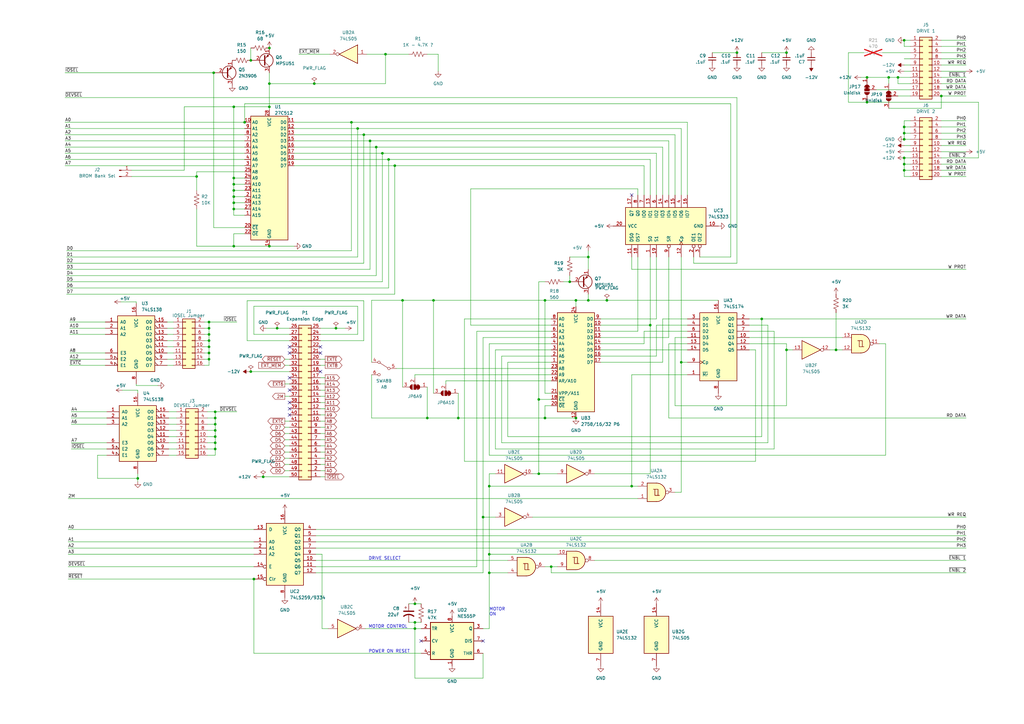
<source format=kicad_sch>
(kicad_sch
	(version 20250114)
	(generator "eeschema")
	(generator_version "9.0")
	(uuid "8d29f76a-632b-4d71-951f-82f85a7a70e9")
	(paper "A3")
	
	(text "DRIVE SELECT"
		(exclude_from_sim no)
		(at 151.13 229.87 0)
		(effects
			(font
				(size 1.27 1.27)
			)
			(justify left bottom)
		)
		(uuid "32096c80-1d98-4ed0-8b17-2c750151b76c")
	)
	(text "MOTOR CONTROL"
		(exclude_from_sim no)
		(at 151.13 257.81 0)
		(effects
			(font
				(size 1.27 1.27)
			)
			(justify left bottom)
		)
		(uuid "b6ef62f4-c465-4c3c-acae-af238f4f26b2")
	)
	(text "POWER ON RESET"
		(exclude_from_sim no)
		(at 151.13 267.97 0)
		(effects
			(font
				(size 1.27 1.27)
			)
			(justify left bottom)
		)
		(uuid "dc85ec82-107c-4516-8ee4-ef92570893f2")
	)
	(text "MOTOR\nON"
		(exclude_from_sim no)
		(at 200.66 252.73 0)
		(effects
			(font
				(size 1.27 1.27)
			)
			(justify left bottom)
		)
		(uuid "f1de4597-caac-4049-8722-f6b4249c5637")
	)
	(junction
		(at 266.7 133.35)
		(diameter 0)
		(color 0 0 0 0)
		(uuid "0a7b412f-70cb-4bdd-ac90-37c18fe81247")
	)
	(junction
		(at 113.665 134.62)
		(diameter 0)
		(color 0 0 0 0)
		(uuid "0d70563e-f092-45cc-a046-356b7b533eae")
	)
	(junction
		(at 175.26 171.45)
		(diameter 0)
		(color 0 0 0 0)
		(uuid "0fcd1b19-a0e9-41d2-b72f-544f1d650623")
	)
	(junction
		(at 128.905 34.29)
		(diameter 0)
		(color 0 0 0 0)
		(uuid "11855bad-6517-4f30-a89f-01fa51388bef")
	)
	(junction
		(at 85.725 144.78)
		(diameter 0)
		(color 0 0 0 0)
		(uuid "15605a0c-cf96-43bb-bf76-4c3d136378e6")
	)
	(junction
		(at 85.725 142.24)
		(diameter 0)
		(color 0 0 0 0)
		(uuid "1d4718a5-778a-4c3f-af8e-520b4e244b5b")
	)
	(junction
		(at 88.265 184.15)
		(diameter 0)
		(color 0 0 0 0)
		(uuid "1e542cfd-ea36-43ee-93f7-7150fc86a6b4")
	)
	(junction
		(at 368.3 31.75)
		(diameter 0)
		(color 0 0 0 0)
		(uuid "1e8fbe2b-8679-4f6a-aaab-41b5049b065b")
	)
	(junction
		(at 386.08 39.37)
		(diameter 0)
		(color 0 0 0 0)
		(uuid "1ea8a149-4aba-4853-bb4c-0394837ed622")
	)
	(junction
		(at 95.885 100.965)
		(diameter 0)
		(color 0 0 0 0)
		(uuid "213e2fcc-48bd-4204-9d48-9a943fc64cd6")
	)
	(junction
		(at 200.66 227.33)
		(diameter 0)
		(color 0 0 0 0)
		(uuid "21deab9e-fe49-40f1-b271-ad9e3c1158a7")
	)
	(junction
		(at 88.265 168.91)
		(diameter 0)
		(color 0 0 0 0)
		(uuid "24448ccd-4e6b-4297-b1cd-b6b3f34a53d5")
	)
	(junction
		(at 110.49 19.685)
		(diameter 0)
		(color 0 0 0 0)
		(uuid "24ae30da-6668-4462-9593-f855598d17c5")
	)
	(junction
		(at 95.885 78.105)
		(diameter 0)
		(color 0 0 0 0)
		(uuid "25f08a18-5173-49a1-aa77-e63c3fb09d67")
	)
	(junction
		(at 158.115 22.225)
		(diameter 0)
		(color 0 0 0 0)
		(uuid "27b08bf3-8111-4a1b-96e8-87c4fc51cf03")
	)
	(junction
		(at 100.33 50.165)
		(diameter 0)
		(color 0 0 0 0)
		(uuid "28fb8a3f-b729-4ea4-99d2-cd1ac9fbe931")
	)
	(junction
		(at 88.265 179.07)
		(diameter 0)
		(color 0 0 0 0)
		(uuid "2c34ae5a-d1be-4bcf-bebe-ffa670279c84")
	)
	(junction
		(at 241.3 105.41)
		(diameter 0)
		(color 0 0 0 0)
		(uuid "2fbcbfb6-89ff-44c4-b8ab-a14cc42ccb95")
	)
	(junction
		(at 177.8 123.19)
		(diameter 0)
		(color 0 0 0 0)
		(uuid "2fbe639f-423f-406d-b3a5-bf37d891e6a4")
	)
	(junction
		(at 146.685 52.705)
		(diameter 0)
		(color 0 0 0 0)
		(uuid "30f5f225-0a6f-48a9-bb29-175458688e88")
	)
	(junction
		(at 88.265 176.53)
		(diameter 0)
		(color 0 0 0 0)
		(uuid "3cd3a86d-dd12-4db6-88c3-bb7512f569e8")
	)
	(junction
		(at 95.885 85.725)
		(diameter 0)
		(color 0 0 0 0)
		(uuid "3d15289f-6bd0-498d-9a91-a024047ae632")
	)
	(junction
		(at 370.84 57.15)
		(diameter 0)
		(color 0 0 0 0)
		(uuid "40c57ef4-872a-4933-bfac-3fad98a7faeb")
	)
	(junction
		(at 248.92 123.19)
		(diameter 0)
		(color 0 0 0 0)
		(uuid "411117a2-cbb1-4f78-ac10-4506435da1cc")
	)
	(junction
		(at 95.885 73.025)
		(diameter 0)
		(color 0 0 0 0)
		(uuid "44338e21-f061-4f16-bddc-4b95d1200ff8")
	)
	(junction
		(at 56.515 196.215)
		(diameter 0)
		(color 0 0 0 0)
		(uuid "4474fbc5-95c0-46eb-be76-03f928b7ae21")
	)
	(junction
		(at 302.26 21.59)
		(diameter 0)
		(color 0 0 0 0)
		(uuid "463c12d8-e767-4dd8-97c0-cdb283823d10")
	)
	(junction
		(at 102.87 24.765)
		(diameter 0)
		(color 0 0 0 0)
		(uuid "4bc06c22-eb67-45fd-9da3-57a1307506be")
	)
	(junction
		(at 259.08 199.39)
		(diameter 0)
		(color 0 0 0 0)
		(uuid "4d1bf63f-0fa7-41aa-b85c-9f91e7e3a330")
	)
	(junction
		(at 322.58 21.59)
		(diameter 0)
		(color 0 0 0 0)
		(uuid "5050a3d7-cc2e-41dc-a3ff-0ef2e03614ae")
	)
	(junction
		(at 88.265 171.45)
		(diameter 0)
		(color 0 0 0 0)
		(uuid "528db227-f1ec-48a4-84f3-957e6a0e2945")
	)
	(junction
		(at 85.725 137.16)
		(diameter 0)
		(color 0 0 0 0)
		(uuid "567b4917-422e-4da3-896c-e3f1f7b69bc9")
	)
	(junction
		(at 370.84 16.51)
		(diameter 0)
		(color 0 0 0 0)
		(uuid "5d0ce87b-48fa-46aa-8a28-60ec56664695")
	)
	(junction
		(at 88.265 181.61)
		(diameter 0)
		(color 0 0 0 0)
		(uuid "5f72fc10-b556-4014-a2dc-4c1edea61bbb")
	)
	(junction
		(at 154.305 60.325)
		(diameter 0)
		(color 0 0 0 0)
		(uuid "69a5cb29-894a-4088-9123-a45b36745aad")
	)
	(junction
		(at 88.265 173.99)
		(diameter 0)
		(color 0 0 0 0)
		(uuid "6beb30db-72de-42e8-a0d7-1b562182385d")
	)
	(junction
		(at 220.98 194.31)
		(diameter 0)
		(color 0 0 0 0)
		(uuid "6c2f69b3-9b7c-434c-bb20-a6baea35c014")
	)
	(junction
		(at 102.87 152.4)
		(diameter 0)
		(color 0 0 0 0)
		(uuid "73168b4e-2496-40f1-8c4e-8403ce5a783a")
	)
	(junction
		(at 104.14 237.49)
		(diameter 0)
		(color 0 0 0 0)
		(uuid "73b75c6b-0481-4c40-949d-c5403ad081db")
	)
	(junction
		(at 223.52 171.45)
		(diameter 0)
		(color 0 0 0 0)
		(uuid "74ce27dd-9302-47bd-9530-c0089a1ffdd7")
	)
	(junction
		(at 223.52 123.19)
		(diameter 0)
		(color 0 0 0 0)
		(uuid "765d1403-fae0-4f23-849a-ea42aa11bdd6")
	)
	(junction
		(at 370.84 54.61)
		(diameter 0)
		(color 0 0 0 0)
		(uuid "786a55f6-f68a-4747-9143-eb9c21ad29f8")
	)
	(junction
		(at 161.925 67.945)
		(diameter 0)
		(color 0 0 0 0)
		(uuid "797db6ae-81a2-4e43-b4a3-1a961e3d2ce2")
	)
	(junction
		(at 151.765 57.785)
		(diameter 0)
		(color 0 0 0 0)
		(uuid "7b51218c-7899-428e-9d5a-d5cbdf48df8f")
	)
	(junction
		(at 159.385 65.405)
		(diameter 0)
		(color 0 0 0 0)
		(uuid "7fbb1f98-7376-4587-9074-f062416820d2")
	)
	(junction
		(at 241.3 123.19)
		(diameter 0)
		(color 0 0 0 0)
		(uuid "813bc9ac-6aff-4f98-8f32-f441000ea493")
	)
	(junction
		(at 95.885 83.185)
		(diameter 0)
		(color 0 0 0 0)
		(uuid "82e60a17-5192-47b0-809b-9d2b4e3e2a41")
	)
	(junction
		(at 85.725 132.08)
		(diameter 0)
		(color 0 0 0 0)
		(uuid "83915695-10b4-4375-96ca-404e57c38876")
	)
	(junction
		(at 144.145 50.165)
		(diameter 0)
		(color 0 0 0 0)
		(uuid "84cb6800-fdec-4336-9e0d-692f16a0e20e")
	)
	(junction
		(at 279.4 148.59)
		(diameter 0)
		(color 0 0 0 0)
		(uuid "87a0eb59-2dce-441c-9dd8-c0e92ab69b80")
	)
	(junction
		(at 236.22 171.45)
		(diameter 0)
		(color 0 0 0 0)
		(uuid "87ab83de-161e-4d4e-95e6-304ff7d02787")
	)
	(junction
		(at 198.12 212.09)
		(diameter 0)
		(color 0 0 0 0)
		(uuid "8e5d7652-5f57-4b05-a03e-7724a43fa613")
	)
	(junction
		(at 322.58 143.51)
		(diameter 0)
		(color 0 0 0 0)
		(uuid "9072744a-3983-4bde-8321-c7b4fbdcaee0")
	)
	(junction
		(at 170.18 257.81)
		(diameter 0)
		(color 0 0 0 0)
		(uuid "94683f4a-bad4-4ca4-aec8-1e76d7911546")
	)
	(junction
		(at 233.68 115.57)
		(diameter 0)
		(color 0 0 0 0)
		(uuid "960f177e-a94f-4186-ae24-ce84e7b90ce2")
	)
	(junction
		(at 170.18 255.27)
		(diameter 0)
		(color 0 0 0 0)
		(uuid "9689360c-62f4-4ccd-928a-0354a8b12062")
	)
	(junction
		(at 170.18 247.65)
		(diameter 0)
		(color 0 0 0 0)
		(uuid "98f039f2-3a30-409f-8e2f-7f3bd469c43e")
	)
	(junction
		(at 370.84 52.07)
		(diameter 0)
		(color 0 0 0 0)
		(uuid "9a860088-5b1b-4997-b300-ff2cfa89e410")
	)
	(junction
		(at 80.645 72.39)
		(diameter 0)
		(color 0 0 0 0)
		(uuid "9c85b338-410e-4f21-85a1-16cc577a80f6")
	)
	(junction
		(at 220.98 163.83)
		(diameter 0)
		(color 0 0 0 0)
		(uuid "a1539d1c-64c7-4e6f-8a9c-97c280e75a99")
	)
	(junction
		(at 156.845 62.865)
		(diameter 0)
		(color 0 0 0 0)
		(uuid "a40c354b-9e3f-4183-952c-982ff222b866")
	)
	(junction
		(at 85.725 134.62)
		(diameter 0)
		(color 0 0 0 0)
		(uuid "a83d4110-ac2d-4f84-be37-09b66f571eb9")
	)
	(junction
		(at 370.84 67.31)
		(diameter 0)
		(color 0 0 0 0)
		(uuid "a8b53387-bb5e-4160-878a-021b66310ef4")
	)
	(junction
		(at 95.885 80.645)
		(diameter 0)
		(color 0 0 0 0)
		(uuid "a8beffd9-87f8-453c-afce-3b5f62487bd7")
	)
	(junction
		(at 110.49 34.29)
		(diameter 0)
		(color 0 0 0 0)
		(uuid "aa1ed054-f711-417c-8905-992984459449")
	)
	(junction
		(at 87.63 29.845)
		(diameter 0)
		(color 0 0 0 0)
		(uuid "aa8fb7e6-99cf-47d0-8987-dd0143778620")
	)
	(junction
		(at 85.725 147.32)
		(diameter 0)
		(color 0 0 0 0)
		(uuid "b1fa9f39-1a4a-4822-9751-a1f130395fdb")
	)
	(junction
		(at 85.725 139.7)
		(diameter 0)
		(color 0 0 0 0)
		(uuid "b39130d2-2e46-4427-8a0f-d53c56f819d3")
	)
	(junction
		(at 200.66 199.39)
		(diameter 0)
		(color 0 0 0 0)
		(uuid "b3d6d337-68bb-4836-b7fe-89e885bcad7c")
	)
	(junction
		(at 107.95 195.58)
		(diameter 0)
		(color 0 0 0 0)
		(uuid "b43531cc-d855-47bf-9fda-9f8d05b34154")
	)
	(junction
		(at 370.84 64.77)
		(diameter 0)
		(color 0 0 0 0)
		(uuid "b6c465a5-bb87-454a-97c7-05467e0dccf6")
	)
	(junction
		(at 200.66 234.95)
		(diameter 0)
		(color 0 0 0 0)
		(uuid "bf10109e-476a-4edb-af39-68c09c46d515")
	)
	(junction
		(at 149.225 55.245)
		(diameter 0)
		(color 0 0 0 0)
		(uuid "bf139f30-b47c-44ad-b650-ef3c6c14a974")
	)
	(junction
		(at 187.96 171.45)
		(diameter 0)
		(color 0 0 0 0)
		(uuid "c08062d7-1b78-4587-b25a-178cfd6e8359")
	)
	(junction
		(at 165.1 123.19)
		(diameter 0)
		(color 0 0 0 0)
		(uuid "df6e76e0-121d-4bfb-882d-7e2eb0e220e9")
	)
	(junction
		(at 355.6 31.75)
		(diameter 0)
		(color 0 0 0 0)
		(uuid "e148e5c5-24ad-4f9f-95ae-ac7f40a64813")
	)
	(junction
		(at 342.9 143.51)
		(diameter 0)
		(color 0 0 0 0)
		(uuid "e2416487-9682-4e25-b69e-39b86bcb6212")
	)
	(junction
		(at 137.795 134.62)
		(diameter 0)
		(color 0 0 0 0)
		(uuid "e76ea7fc-527b-4625-91f4-3cce4c59b318")
	)
	(junction
		(at 110.49 100.965)
		(diameter 0)
		(color 0 0 0 0)
		(uuid "e7731c50-b6c3-43ed-a754-4cb97513f8f8")
	)
	(junction
		(at 236.22 123.19)
		(diameter 0)
		(color 0 0 0 0)
		(uuid "e7b57ddc-28e9-4fe3-beee-f7ac91049199")
	)
	(junction
		(at 370.84 69.85)
		(diameter 0)
		(color 0 0 0 0)
		(uuid "e842378a-2f4b-489f-9cb1-df531ab6638b")
	)
	(junction
		(at 312.42 130.81)
		(diameter 0)
		(color 0 0 0 0)
		(uuid "ec467555-1589-4c66-b85c-290dc8c684e7")
	)
	(junction
		(at 95.885 43.815)
		(diameter 0)
		(color 0 0 0 0)
		(uuid "ec4ee92f-b995-4c82-a511-8424fb0c79b2")
	)
	(junction
		(at 226.06 232.41)
		(diameter 0)
		(color 0 0 0 0)
		(uuid "f7d6edbc-0cf0-400c-bdd8-390463e62a6f")
	)
	(junction
		(at 364.49 31.75)
		(diameter 0)
		(color 0 0 0 0)
		(uuid "f866dbb5-de03-4d6d-a840-f4944249ed73")
	)
	(junction
		(at 95.885 75.565)
		(diameter 0)
		(color 0 0 0 0)
		(uuid "fc92d096-10d0-42f8-9ddf-df80125b38cd")
	)
	(junction
		(at 355.6 41.91)
		(diameter 0)
		(color 0 0 0 0)
		(uuid "fe2cb73c-c9d3-40ab-a3af-645fc2e660d9")
	)
	(junction
		(at 110.49 43.815)
		(diameter 0)
		(color 0 0 0 0)
		(uuid "fe4b238e-e2ac-4962-9665-41ac3473b4bd")
	)
	(no_connect
		(at 131.445 142.24)
		(uuid "09cb5ca2-f037-4767-bd4d-094c054413ca")
	)
	(no_connect
		(at 118.745 144.78)
		(uuid "0c808b20-1ba0-487f-bde6-631fcdf86992")
	)
	(no_connect
		(at 172.72 262.89)
		(uuid "24ce83df-adc7-49b1-8de5-59140a6a241c")
	)
	(no_connect
		(at 259.08 80.01)
		(uuid "3801ac87-4c62-4d90-bb89-bd02a827a7a2")
	)
	(no_connect
		(at 118.745 167.64)
		(uuid "3df9b39c-f7bd-4e28-98f6-f2a8b555dccf")
	)
	(no_connect
		(at 118.745 165.1)
		(uuid "5ea4b0f4-536a-4279-ac4c-04203f194641")
	)
	(no_connect
		(at 131.445 144.78)
		(uuid "74c89753-aa43-46ac-82d6-f1c8035f7dc9")
	)
	(no_connect
		(at 198.12 262.89)
		(uuid "76bde493-9706-455b-a7ea-a279cace855f")
	)
	(no_connect
		(at 118.745 160.02)
		(uuid "7f40a9b2-6015-430a-bf2e-e9397fb5675f")
	)
	(no_connect
		(at 118.745 142.24)
		(uuid "845f3c28-3ea3-4169-9f2b-9dd6d4e7a7f3")
	)
	(no_connect
		(at 131.445 152.4)
		(uuid "a65c5215-f32e-4281-a70d-d2e04994f325")
	)
	(no_connect
		(at 118.745 170.18)
		(uuid "cc97dbf1-a437-4548-ac8f-50dfd2b59e4a")
	)
	(no_connect
		(at 118.745 154.94)
		(uuid "dfa21c67-ce2b-471f-aa3e-6773bee1e862")
	)
	(wire
		(pts
			(xy 322.58 140.97) (xy 322.58 143.51)
		)
		(stroke
			(width 0)
			(type default)
		)
		(uuid "002fd2d7-be66-4a87-8e49-65dcdd3be486")
	)
	(wire
		(pts
			(xy 386.08 44.45) (xy 386.08 39.37)
		)
		(stroke
			(width 0)
			(type default)
		)
		(uuid "005520ab-aa54-434d-95d0-10b1cd21ee1c")
	)
	(wire
		(pts
			(xy 85.725 132.08) (xy 85.725 134.62)
		)
		(stroke
			(width 0)
			(type default)
		)
		(uuid "00a94d22-003f-40ec-845f-c4453633bc53")
	)
	(wire
		(pts
			(xy 56.515 194.31) (xy 56.515 196.215)
		)
		(stroke
			(width 0)
			(type default)
		)
		(uuid "010d2632-ed4a-42a1-88c1-728d0e602dd6")
	)
	(wire
		(pts
			(xy 193.04 77.47) (xy 193.04 133.35)
		)
		(stroke
			(width 0)
			(type default)
		)
		(uuid "01cfb3cc-45cf-4443-824a-1ca7d2dfc72d")
	)
	(wire
		(pts
			(xy 170.18 257.81) (xy 172.72 257.81)
		)
		(stroke
			(width 0)
			(type default)
		)
		(uuid "02da0d16-3d12-46a4-9bc8-dac4689f99fc")
	)
	(wire
		(pts
			(xy 28.575 134.62) (xy 43.18 134.62)
		)
		(stroke
			(width 0)
			(type default)
		)
		(uuid "0372d352-2b15-4522-a99d-9b308d4b21f3")
	)
	(wire
		(pts
			(xy 236.22 123.19) (xy 236.22 125.73)
		)
		(stroke
			(width 0)
			(type default)
		)
		(uuid "03d3d3d3-e776-4c5d-a5f8-483f41545fa0")
	)
	(wire
		(pts
			(xy 276.86 55.245) (xy 276.86 80.01)
		)
		(stroke
			(width 0)
			(type default)
		)
		(uuid "040f556c-b731-474e-ba57-fe04d7580ff1")
	)
	(wire
		(pts
			(xy 203.2 184.15) (xy 317.5 184.15)
		)
		(stroke
			(width 0)
			(type default)
		)
		(uuid "0553e7ea-1d50-48ac-ac36-3cd63cd9aeea")
	)
	(wire
		(pts
			(xy 370.84 54.61) (xy 370.84 57.15)
		)
		(stroke
			(width 0)
			(type default)
		)
		(uuid "05fc52a7-2bcc-4649-8376-4c214b84bb97")
	)
	(wire
		(pts
			(xy 205.74 146.05) (xy 226.06 146.05)
		)
		(stroke
			(width 0)
			(type default)
		)
		(uuid "066d9bf1-cbb7-4a76-8a70-c98dcfc4f1de")
	)
	(wire
		(pts
			(xy 83.82 137.16) (xy 85.725 137.16)
		)
		(stroke
			(width 0)
			(type default)
		)
		(uuid "069b6b70-2781-406e-a655-e9752625b982")
	)
	(wire
		(pts
			(xy 104.14 125.603) (xy 104.14 137.16)
		)
		(stroke
			(width 0)
			(type default)
		)
		(uuid "07f2b615-5605-464c-80d8-11014832cdd0")
	)
	(wire
		(pts
			(xy 158.115 34.29) (xy 158.115 22.225)
		)
		(stroke
			(width 0)
			(type default)
		)
		(uuid "07f86f79-4086-4875-8ceb-b9ee61abd8d7")
	)
	(wire
		(pts
			(xy 129.54 229.87) (xy 208.28 229.87)
		)
		(stroke
			(width 0)
			(type default)
		)
		(uuid "07f89384-a348-4bbf-a28a-b33c80b0b3ed")
	)
	(wire
		(pts
			(xy 386.08 69.85) (xy 396.24 69.85)
		)
		(stroke
			(width 0)
			(type default)
		)
		(uuid "08362519-b1e4-4590-b4b6-c24b3a2cf7bb")
	)
	(wire
		(pts
			(xy 110.49 100.965) (xy 95.885 100.965)
		)
		(stroke
			(width 0)
			(type default)
		)
		(uuid "08b944f9-7dea-4203-be7a-53c1dd3bf68f")
	)
	(wire
		(pts
			(xy 190.5 189.23) (xy 309.88 189.23)
		)
		(stroke
			(width 0)
			(type default)
		)
		(uuid "0a546a50-d10e-4e34-9f3b-20da1ac81caa")
	)
	(wire
		(pts
			(xy 226.06 234.95) (xy 396.24 234.95)
		)
		(stroke
			(width 0)
			(type default)
		)
		(uuid "0ae6ec9f-c2d0-41a1-90f4-0b58ed9f7c02")
	)
	(wire
		(pts
			(xy 120.65 60.325) (xy 154.305 60.325)
		)
		(stroke
			(width 0)
			(type default)
		)
		(uuid "0b9926af-65cd-4ea2-9312-fe7c9913ce8e")
	)
	(wire
		(pts
			(xy 83.82 139.7) (xy 85.725 139.7)
		)
		(stroke
			(width 0)
			(type default)
		)
		(uuid "0be18984-773f-49ef-a1ef-0ae3e40ae114")
	)
	(wire
		(pts
			(xy 246.38 133.35) (xy 266.7 133.35)
		)
		(stroke
			(width 0)
			(type default)
		)
		(uuid "0c7cadb5-6da1-4221-83d0-f0170aff118f")
	)
	(wire
		(pts
			(xy 131.445 185.42) (xy 133.35 185.42)
		)
		(stroke
			(width 0)
			(type default)
		)
		(uuid "0cd9d382-dd16-4687-ae20-27db55c4969f")
	)
	(wire
		(pts
			(xy 322.58 21.59) (xy 312.42 21.59)
		)
		(stroke
			(width 0)
			(type default)
		)
		(uuid "0eb99482-694f-4ff1-89fa-58ae1322d661")
	)
	(wire
		(pts
			(xy 95.885 83.185) (xy 95.885 85.725)
		)
		(stroke
			(width 0)
			(type default)
		)
		(uuid "0ee42175-0922-4fb8-8624-c0ef2f28e750")
	)
	(wire
		(pts
			(xy 29.21 173.99) (xy 43.815 173.99)
		)
		(stroke
			(width 0)
			(type default)
		)
		(uuid "0eeabcd7-348c-496c-bf89-9efee8011e76")
	)
	(wire
		(pts
			(xy 75.565 43.815) (xy 75.565 69.85)
		)
		(stroke
			(width 0)
			(type default)
		)
		(uuid "0f6a6bb9-658a-4cc8-aaab-2f8456bff783")
	)
	(wire
		(pts
			(xy 220.98 115.57) (xy 220.98 163.83)
		)
		(stroke
			(width 0)
			(type default)
		)
		(uuid "0fe8bb65-946b-4e9d-a4b7-45277f4d9e4f")
	)
	(wire
		(pts
			(xy 131.445 157.48) (xy 133.35 157.48)
		)
		(stroke
			(width 0)
			(type default)
		)
		(uuid "11530c3b-e92a-4222-8587-26beff227523")
	)
	(wire
		(pts
			(xy 85.725 144.78) (xy 85.725 147.32)
		)
		(stroke
			(width 0)
			(type default)
		)
		(uuid "11dd4137-c665-4866-85ed-f9fe8e15cd9c")
	)
	(wire
		(pts
			(xy 146.685 125.603) (xy 104.14 125.603)
		)
		(stroke
			(width 0)
			(type default)
		)
		(uuid "12ae0546-56ce-4946-ae78-a3f728f0fec8")
	)
	(wire
		(pts
			(xy 80.645 78.105) (xy 80.645 72.39)
		)
		(stroke
			(width 0)
			(type default)
		)
		(uuid "1494a00a-d5e6-40d3-8a0d-634b4142dc48")
	)
	(wire
		(pts
			(xy 226.06 161.29) (xy 223.52 161.29)
		)
		(stroke
			(width 0)
			(type default)
		)
		(uuid "149baa04-afbc-442d-a24d-04fa0302b60f")
	)
	(wire
		(pts
			(xy 129.54 219.71) (xy 396.24 219.71)
		)
		(stroke
			(width 0)
			(type default)
		)
		(uuid "1509c567-c73b-47f2-8d0f-5f03d2c921cd")
	)
	(wire
		(pts
			(xy 101.346 139.7) (xy 118.745 139.7)
		)
		(stroke
			(width 0)
			(type default)
		)
		(uuid "151c7a5c-1632-4466-9a42-660310eb7d64")
	)
	(wire
		(pts
			(xy 116.84 162.56) (xy 118.745 162.56)
		)
		(stroke
			(width 0)
			(type default)
		)
		(uuid "15b9b2c6-c334-4e36-8e4f-94f73fcd7630")
	)
	(wire
		(pts
			(xy 131.445 149.86) (xy 133.35 149.86)
		)
		(stroke
			(width 0)
			(type default)
		)
		(uuid "16401bde-830b-4199-83e6-9779a594a4d2")
	)
	(wire
		(pts
			(xy 116.84 187.96) (xy 118.745 187.96)
		)
		(stroke
			(width 0)
			(type default)
		)
		(uuid "17982d4b-6e11-43bc-b285-ce88a4c766c4")
	)
	(wire
		(pts
			(xy 223.52 171.45) (xy 223.52 166.37)
		)
		(stroke
			(width 0)
			(type default)
		)
		(uuid "17a59436-bf7f-49eb-83e7-c1eeb88a8e1e")
	)
	(wire
		(pts
			(xy 95.885 100.965) (xy 95.885 95.885)
		)
		(stroke
			(width 0)
			(type default)
		)
		(uuid "17b486da-f482-4b8d-b0cc-0d229a8453ed")
	)
	(wire
		(pts
			(xy 149.225 55.245) (xy 149.225 107.95)
		)
		(stroke
			(width 0)
			(type default)
		)
		(uuid "188d085c-7dae-4530-bce0-1bd1ae787617")
	)
	(wire
		(pts
			(xy 27.305 105.41) (xy 146.685 105.41)
		)
		(stroke
			(width 0)
			(type default)
		)
		(uuid "18bb29e6-bd56-4695-9c90-9d4b55326793")
	)
	(wire
		(pts
			(xy 95.885 80.645) (xy 100.33 80.645)
		)
		(stroke
			(width 0)
			(type default)
		)
		(uuid "18cd97b8-567e-461a-a569-6d9b12001701")
	)
	(wire
		(pts
			(xy 161.925 67.945) (xy 161.925 120.65)
		)
		(stroke
			(width 0)
			(type default)
		)
		(uuid "19500551-9ab5-4760-9805-a118fda9c985")
	)
	(wire
		(pts
			(xy 137.795 134.62) (xy 141.605 134.62)
		)
		(stroke
			(width 0)
			(type default)
		)
		(uuid "1aba3dc2-049b-4e21-8ae3-c106f809e894")
	)
	(wire
		(pts
			(xy 299.72 105.41) (xy 287.02 105.41)
		)
		(stroke
			(width 0)
			(type default)
		)
		(uuid "1b90a748-4469-4403-b368-76126115304b")
	)
	(wire
		(pts
			(xy 131.445 182.88) (xy 133.35 182.88)
		)
		(stroke
			(width 0)
			(type default)
		)
		(uuid "1bdb2ec4-0b54-486d-ab8a-3a3cf73fc46f")
	)
	(wire
		(pts
			(xy 386.08 67.31) (xy 396.24 67.31)
		)
		(stroke
			(width 0)
			(type default)
		)
		(uuid "1be80b5c-5e71-4a4a-961c-b34579570a79")
	)
	(wire
		(pts
			(xy 80.645 100.965) (xy 95.885 100.965)
		)
		(stroke
			(width 0)
			(type default)
		)
		(uuid "1c2e235a-339a-47a3-aba3-d1a6fd75e080")
	)
	(wire
		(pts
			(xy 144.145 50.165) (xy 281.94 50.165)
		)
		(stroke
			(width 0)
			(type default)
		)
		(uuid "1c9db634-753f-4221-a5bc-7ad4208eb554")
	)
	(wire
		(pts
			(xy 129.54 224.79) (xy 396.24 224.79)
		)
		(stroke
			(width 0)
			(type default)
		)
		(uuid "1cab1c13-e5e2-44d6-8611-199df41cc51a")
	)
	(wire
		(pts
			(xy 386.08 57.15) (xy 396.24 57.15)
		)
		(stroke
			(width 0)
			(type default)
		)
		(uuid "1d496e3c-d9a8-486f-a410-c99bf08bd807")
	)
	(wire
		(pts
			(xy 182.88 156.21) (xy 226.06 156.21)
		)
		(stroke
			(width 0)
			(type default)
		)
		(uuid "1d645bd8-e4d0-4196-b656-0a2f2aeb2164")
	)
	(wire
		(pts
			(xy 364.49 31.75) (xy 368.3 31.75)
		)
		(stroke
			(width 0)
			(type default)
		)
		(uuid "1dda161e-260d-4726-85f3-e91e571d654a")
	)
	(wire
		(pts
			(xy 198.12 138.43) (xy 198.12 212.09)
		)
		(stroke
			(width 0)
			(type default)
		)
		(uuid "1e9b3331-6e4c-425f-bd5b-40abfe37006d")
	)
	(wire
		(pts
			(xy 159.385 65.405) (xy 159.385 118.11)
		)
		(stroke
			(width 0)
			(type default)
		)
		(uuid "1eb92119-727b-45ae-afe1-c32360d66c60")
	)
	(wire
		(pts
			(xy 236.22 123.19) (xy 241.3 123.19)
		)
		(stroke
			(width 0)
			(type default)
		)
		(uuid "1f822886-b150-4786-b463-4be39e03903a")
	)
	(wire
		(pts
			(xy 386.08 64.77) (xy 401.32 64.77)
		)
		(stroke
			(width 0)
			(type default)
		)
		(uuid "1fe2f8af-ca13-49d2-b540-1d676020e7bd")
	)
	(wire
		(pts
			(xy 149.225 139.7) (xy 149.225 123.317)
		)
		(stroke
			(width 0)
			(type default)
		)
		(uuid "203d27a7-ebba-4d12-badd-bc5fc73a868a")
	)
	(wire
		(pts
			(xy 146.685 52.705) (xy 279.4 52.705)
		)
		(stroke
			(width 0)
			(type default)
		)
		(uuid "206dcf71-bf16-4891-9f5e-88ec4e245610")
	)
	(wire
		(pts
			(xy 302.26 21.59) (xy 292.1 21.59)
		)
		(stroke
			(width 0)
			(type default)
		)
		(uuid "20b6a1e8-b9fb-42eb-aebb-c1936f2291ce")
	)
	(wire
		(pts
			(xy 68.58 142.24) (xy 71.12 142.24)
		)
		(stroke
			(width 0)
			(type default)
		)
		(uuid "226991fb-ca2b-48ff-8520-0a29fe7d9306")
	)
	(wire
		(pts
			(xy 353.06 31.75) (xy 355.6 31.75)
		)
		(stroke
			(width 0)
			(type default)
		)
		(uuid "22875feb-91b0-472b-8b00-e74ac9893d1e")
	)
	(wire
		(pts
			(xy 269.24 62.865) (xy 269.24 80.01)
		)
		(stroke
			(width 0)
			(type default)
		)
		(uuid "2375a23b-508c-4bd3-8e4f-5aebe6b07800")
	)
	(wire
		(pts
			(xy 80.645 72.39) (xy 80.645 70.485)
		)
		(stroke
			(width 0)
			(type default)
		)
		(uuid "23955a25-f4da-497a-b473-c0e5f5f270aa")
	)
	(wire
		(pts
			(xy 274.32 105.41) (xy 274.32 138.43)
		)
		(stroke
			(width 0)
			(type default)
		)
		(uuid "23cc4ae3-9b03-40bb-82e0-23fc4d40ea5f")
	)
	(wire
		(pts
			(xy 29.21 168.91) (xy 43.815 168.91)
		)
		(stroke
			(width 0)
			(type default)
		)
		(uuid "23d03d7f-3fa3-4262-94ef-c7d67723f473")
	)
	(wire
		(pts
			(xy 363.22 186.69) (xy 363.22 140.97)
		)
		(stroke
			(width 0)
			(type default)
		)
		(uuid "24bfe3c6-60e2-4a78-bb62-924392218143")
	)
	(wire
		(pts
			(xy 131.445 175.26) (xy 133.35 175.26)
		)
		(stroke
			(width 0)
			(type default)
		)
		(uuid "25d35aca-2b44-482d-a9c6-cd18913cbaf2")
	)
	(wire
		(pts
			(xy 317.5 184.15) (xy 317.5 135.89)
		)
		(stroke
			(width 0)
			(type default)
		)
		(uuid "26bfe3d7-2568-4e2f-8999-9e95f79e347d")
	)
	(wire
		(pts
			(xy 85.09 168.91) (xy 88.265 168.91)
		)
		(stroke
			(width 0)
			(type default)
		)
		(uuid "27b53377-6b90-493b-b895-b0fcefdc409c")
	)
	(wire
		(pts
			(xy 55.88 158.115) (xy 55.88 157.48)
		)
		(stroke
			(width 0)
			(type default)
		)
		(uuid "285627d0-acc1-4cd2-89a3-1af34c724ae4")
	)
	(wire
		(pts
			(xy 226.06 140.97) (xy 200.66 140.97)
		)
		(stroke
			(width 0)
			(type default)
		)
		(uuid "2955a851-e884-4a7a-9a3c-fd1a5dc84502")
	)
	(wire
		(pts
			(xy 27.94 204.47) (xy 261.62 204.47)
		)
		(stroke
			(width 0)
			(type default)
		)
		(uuid "29c06ac6-9c42-4ff5-bb25-48d0c8388580")
	)
	(wire
		(pts
			(xy 170.18 278.13) (xy 170.18 257.81)
		)
		(stroke
			(width 0)
			(type default)
		)
		(uuid "2a298268-8c25-4a45-ac9c-e4dea7c4f57f")
	)
	(wire
		(pts
			(xy 100.33 42.545) (xy 100.33 50.165)
		)
		(stroke
			(width 0)
			(type default)
		)
		(uuid "2a2a7cf9-e7e9-47ed-92d0-ed0421f9cb4d")
	)
	(wire
		(pts
			(xy 131.445 170.18) (xy 133.35 170.18)
		)
		(stroke
			(width 0)
			(type default)
		)
		(uuid "2ab04268-d2c1-443d-9da8-f95d2b922db2")
	)
	(wire
		(pts
			(xy 53.975 72.39) (xy 80.645 72.39)
		)
		(stroke
			(width 0)
			(type default)
		)
		(uuid "2b5a2f12-d2ee-4114-84b5-06e37c3a525f")
	)
	(wire
		(pts
			(xy 342.9 143.51) (xy 342.9 128.27)
		)
		(stroke
			(width 0)
			(type default)
		)
		(uuid "2ba5ec4f-a8db-4682-b3f7-54096fceba9a")
	)
	(wire
		(pts
			(xy 243.84 194.31) (xy 266.7 194.31)
		)
		(stroke
			(width 0)
			(type default)
		)
		(uuid "2c16da2e-69d4-4190-802f-fbd3cd59c96a")
	)
	(wire
		(pts
			(xy 129.54 234.95) (xy 198.12 234.95)
		)
		(stroke
			(width 0)
			(type default)
		)
		(uuid "2c8f55da-067b-4d3b-820e-5c0a11e5c7ab")
	)
	(wire
		(pts
			(xy 266.7 65.405) (xy 266.7 80.01)
		)
		(stroke
			(width 0)
			(type default)
		)
		(uuid "2c9b0c63-46b3-42f9-8c9e-6a34c099e00c")
	)
	(wire
		(pts
			(xy 27.305 102.87) (xy 144.145 102.87)
		)
		(stroke
			(width 0)
			(type default)
		)
		(uuid "2cbe804e-fa9f-40b7-8273-4e50a6d4c6f4")
	)
	(wire
		(pts
			(xy 27.305 107.95) (xy 149.225 107.95)
		)
		(stroke
			(width 0)
			(type default)
		)
		(uuid "2cc0634a-2688-4834-ae28-e2595dafd825")
	)
	(wire
		(pts
			(xy 200.66 227.33) (xy 200.66 234.95)
		)
		(stroke
			(width 0)
			(type default)
		)
		(uuid "2cc630b5-2500-4fa2-886f-ccf6a7ba2fa0")
	)
	(wire
		(pts
			(xy 95.885 83.185) (xy 100.33 83.185)
		)
		(stroke
			(width 0)
			(type default)
		)
		(uuid "2d35af53-f4dc-4d5f-894d-cb4d07b6d7c6")
	)
	(wire
		(pts
			(xy 259.08 153.67) (xy 281.94 153.67)
		)
		(stroke
			(width 0)
			(type default)
		)
		(uuid "2d486cf5-9a66-448a-ba10-6b0c54ed43a4")
	)
	(wire
		(pts
			(xy 83.82 149.86) (xy 85.725 149.86)
		)
		(stroke
			(width 0)
			(type default)
		)
		(uuid "2e1afdfd-04a4-4a81-86fa-5d91ad3a5d78")
	)
	(wire
		(pts
			(xy 116.84 177.8) (xy 118.745 177.8)
		)
		(stroke
			(width 0)
			(type default)
		)
		(uuid "2f250031-cd09-4dcd-a85f-5ef9ad5a6c05")
	)
	(wire
		(pts
			(xy 386.08 21.59) (xy 396.24 21.59)
		)
		(stroke
			(width 0)
			(type default)
		)
		(uuid "2f6019e0-a517-4718-a181-073367eb84ab")
	)
	(wire
		(pts
			(xy 175.26 158.75) (xy 175.26 171.45)
		)
		(stroke
			(width 0)
			(type default)
		)
		(uuid "2f955026-dcda-40cb-b6e8-e3ef917240f7")
	)
	(wire
		(pts
			(xy 95.885 75.565) (xy 95.885 78.105)
		)
		(stroke
			(width 0)
			(type default)
		)
		(uuid "30403b14-9def-435c-bd6f-a85844ce71df")
	)
	(wire
		(pts
			(xy 27.305 120.65) (xy 161.925 120.65)
		)
		(stroke
			(width 0)
			(type default)
		)
		(uuid "30d6aadb-d508-4cae-a200-774e606bbfa1")
	)
	(wire
		(pts
			(xy 233.68 115.57) (xy 231.14 115.57)
		)
		(stroke
			(width 0)
			(type default)
		)
		(uuid "31b5ebc2-359a-436c-b28f-d05f12289e57")
	)
	(wire
		(pts
			(xy 261.62 105.41) (xy 261.62 135.89)
		)
		(stroke
			(width 0)
			(type default)
		)
		(uuid "31d27f1b-b8bd-4e3f-b671-71b0b22ff6ff")
	)
	(wire
		(pts
			(xy 28.575 132.08) (xy 43.18 132.08)
		)
		(stroke
			(width 0)
			(type default)
		)
		(uuid "32ebe881-783b-4267-a979-85a0df767077")
	)
	(wire
		(pts
			(xy 220.98 163.83) (xy 220.98 194.31)
		)
		(stroke
			(width 0)
			(type default)
		)
		(uuid "340ec47e-6529-496d-b02b-6dc65aedf448")
	)
	(wire
		(pts
			(xy 200.66 186.69) (xy 363.22 186.69)
		)
		(stroke
			(width 0)
			(type default)
		)
		(uuid "34df1aa3-641f-4d1c-aae0-195b7c53ff43")
	)
	(wire
		(pts
			(xy 307.34 135.89) (xy 317.5 135.89)
		)
		(stroke
			(width 0)
			(type default)
		)
		(uuid "353ea4d8-3abc-48c0-990c-e9d2b9121467")
	)
	(wire
		(pts
			(xy 281.94 50.165) (xy 281.94 80.01)
		)
		(stroke
			(width 0)
			(type default)
		)
		(uuid "355d96a7-b863-431a-a668-481b97175e85")
	)
	(wire
		(pts
			(xy 131.445 187.96) (xy 133.35 187.96)
		)
		(stroke
			(width 0)
			(type default)
		)
		(uuid "35ee101e-87d7-4b57-ab93-1eb6551f657b")
	)
	(wire
		(pts
			(xy 80.645 85.725) (xy 80.645 100.965)
		)
		(stroke
			(width 0)
			(type default)
		)
		(uuid "3602f1c3-a297-477e-8d41-723debe510c7")
	)
	(wire
		(pts
			(xy 131.445 195.58) (xy 133.35 195.58)
		)
		(stroke
			(width 0)
			(type default)
		)
		(uuid "36320a72-48da-4e36-8f3e-297e7299917f")
	)
	(wire
		(pts
			(xy 27.94 217.17) (xy 104.14 217.17)
		)
		(stroke
			(width 0)
			(type default)
		)
		(uuid "369901b2-1923-434e-a616-68211a0c0ce3")
	)
	(wire
		(pts
			(xy 49.53 123.825) (xy 55.88 123.825)
		)
		(stroke
			(width 0)
			(type default)
		)
		(uuid "3ab9f7fa-bb85-4bd9-a0b9-1a628caa4860")
	)
	(wire
		(pts
			(xy 167.64 247.65) (xy 170.18 247.65)
		)
		(stroke
			(width 0)
			(type default)
		)
		(uuid "3d57f0a0-b1c2-4787-ae65-480f4bd3f77f")
	)
	(wire
		(pts
			(xy 370.84 49.53) (xy 370.84 52.07)
		)
		(stroke
			(width 0)
			(type default)
		)
		(uuid "3d95c92d-78c7-41b6-8e43-8b3d8ab38152")
	)
	(wire
		(pts
			(xy 386.08 31.75) (xy 396.24 31.75)
		)
		(stroke
			(width 0)
			(type default)
		)
		(uuid "3ec79136-0629-45f8-b356-c72f40a2e69d")
	)
	(wire
		(pts
			(xy 218.44 194.31) (xy 220.98 194.31)
		)
		(stroke
			(width 0)
			(type default)
		)
		(uuid "3ef97970-f9aa-4dc6-890a-33e0c998d573")
	)
	(wire
		(pts
			(xy 243.84 229.87) (xy 396.24 229.87)
		)
		(stroke
			(width 0)
			(type default)
		)
		(uuid "3f141edf-b1b7-4c25-823b-bfa03f422569")
	)
	(wire
		(pts
			(xy 259.08 199.39) (xy 261.62 199.39)
		)
		(stroke
			(width 0)
			(type default)
		)
		(uuid "3fa16c28-6be2-4e36-9bc7-2cd17d08b4ad")
	)
	(wire
		(pts
			(xy 95.885 85.725) (xy 95.885 88.265)
		)
		(stroke
			(width 0)
			(type default)
		)
		(uuid "3facc87a-ce1e-47ac-b4be-1cdec47aa07f")
	)
	(wire
		(pts
			(xy 386.08 24.13) (xy 396.24 24.13)
		)
		(stroke
			(width 0)
			(type default)
		)
		(uuid "3feed079-8bc6-4d67-ab7d-8e4a65739e53")
	)
	(wire
		(pts
			(xy 43.815 186.69) (xy 40.005 186.69)
		)
		(stroke
			(width 0)
			(type default)
		)
		(uuid "3fff86d1-0215-40f2-b4f5-1d9d13e46f2d")
	)
	(wire
		(pts
			(xy 26.67 62.865) (xy 100.33 62.865)
		)
		(stroke
			(width 0)
			(type default)
		)
		(uuid "4019359a-3bb6-4c73-be9d-69368d44296d")
	)
	(wire
		(pts
			(xy 363.22 140.97) (xy 360.68 140.97)
		)
		(stroke
			(width 0)
			(type default)
		)
		(uuid "4073090a-4063-48ca-bfd0-7b0959a55051")
	)
	(wire
		(pts
			(xy 261.62 77.47) (xy 261.62 80.01)
		)
		(stroke
			(width 0)
			(type default)
		)
		(uuid "40a91ace-baf0-4028-b422-59ec3ca66b70")
	)
	(wire
		(pts
			(xy 223.52 123.19) (xy 236.22 123.19)
		)
		(stroke
			(width 0)
			(type default)
		)
		(uuid "40b37fdc-49cf-470d-801c-1a777e9b0e0e")
	)
	(wire
		(pts
			(xy 370.84 29.21) (xy 373.38 29.21)
		)
		(stroke
			(width 0)
			(type default)
		)
		(uuid "41060587-c2d8-4e8f-a01c-928ff4b0ca66")
	)
	(wire
		(pts
			(xy 156.845 62.865) (xy 156.845 115.57)
		)
		(stroke
			(width 0)
			(type default)
		)
		(uuid "42282eba-76d3-4680-9acd-29a7910d6f92")
	)
	(wire
		(pts
			(xy 85.09 184.15) (xy 88.265 184.15)
		)
		(stroke
			(width 0)
			(type default)
		)
		(uuid "43c33852-1f67-4bb5-9440-75bf4abec522")
	)
	(wire
		(pts
			(xy 226.06 135.89) (xy 195.58 135.89)
		)
		(stroke
			(width 0)
			(type default)
		)
		(uuid "465934ab-66ff-47fc-819e-58114d99ea9d")
	)
	(wire
		(pts
			(xy 28.575 137.16) (xy 43.18 137.16)
		)
		(stroke
			(width 0)
			(type default)
		)
		(uuid "490d48b1-f053-4697-8c4f-7354f1c4942b")
	)
	(wire
		(pts
			(xy 200.66 227.33) (xy 228.6 227.33)
		)
		(stroke
			(width 0)
			(type default)
		)
		(uuid "49bb305e-3022-453e-9d2d-8ba74eb866d4")
	)
	(wire
		(pts
			(xy 120.65 65.405) (xy 159.385 65.405)
		)
		(stroke
			(width 0)
			(type default)
		)
		(uuid "4a7a3df5-faa0-4584-a24d-1e962d801590")
	)
	(wire
		(pts
			(xy 246.38 138.43) (xy 274.32 138.43)
		)
		(stroke
			(width 0)
			(type default)
		)
		(uuid "4b585418-42cb-4130-9dc1-e19780fdbeff")
	)
	(wire
		(pts
			(xy 40.005 196.215) (xy 56.515 196.215)
		)
		(stroke
			(width 0)
			(type default)
		)
		(uuid "4b72144a-2762-4bc0-934e-9ff21d760d4b")
	)
	(wire
		(pts
			(xy 95.885 80.645) (xy 95.885 83.185)
		)
		(stroke
			(width 0)
			(type default)
		)
		(uuid "4c009b05-d5d4-4d36-a889-932f5925874e")
	)
	(wire
		(pts
			(xy 88.265 168.91) (xy 97.155 168.91)
		)
		(stroke
			(width 0)
			(type default)
		)
		(uuid "4c01b922-5572-40b4-9187-797f37f98304")
	)
	(wire
		(pts
			(xy 95.885 73.025) (xy 95.885 75.565)
		)
		(stroke
			(width 0)
			(type default)
		)
		(uuid "4c132c6d-df46-42cf-b45e-6aa46e7d1930")
	)
	(wire
		(pts
			(xy 27.305 110.49) (xy 151.765 110.49)
		)
		(stroke
			(width 0)
			(type default)
		)
		(uuid "4c9736e0-4d2a-48e6-a968-290a0d85c195")
	)
	(wire
		(pts
			(xy 69.215 181.61) (xy 72.39 181.61)
		)
		(stroke
			(width 0)
			(type default)
		)
		(uuid "4d65ab1b-aa46-4fa7-8dbc-568fab631322")
	)
	(wire
		(pts
			(xy 50.165 160.02) (xy 56.515 160.02)
		)
		(stroke
			(width 0)
			(type default)
		)
		(uuid "4df0addc-455f-4f25-a987-a8f3268a0193")
	)
	(wire
		(pts
			(xy 361.95 21.59) (xy 373.38 21.59)
		)
		(stroke
			(width 0)
			(type default)
		)
		(uuid "4e3aa3e8-0244-470c-bc9b-3303860903a9")
	)
	(wire
		(pts
			(xy 370.84 57.15) (xy 373.38 57.15)
		)
		(stroke
			(width 0)
			(type default)
		)
		(uuid "4e3b2be0-5f48-44a9-8d85-58e214a78b0e")
	)
	(wire
		(pts
			(xy 144.145 50.165) (xy 144.145 102.87)
		)
		(stroke
			(width 0)
			(type default)
		)
		(uuid "4ebd9146-8c37-4161-8f9d-34a263571f42")
	)
	(wire
		(pts
			(xy 226.06 130.81) (xy 190.5 130.81)
		)
		(stroke
			(width 0)
			(type default)
		)
		(uuid "4f138318-f58a-4cde-9948-128e8dd4b666")
	)
	(wire
		(pts
			(xy 274.32 140.97) (xy 281.94 140.97)
		)
		(stroke
			(width 0)
			(type default)
		)
		(uuid "4f19f767-46f5-4d76-b736-68466d9c93a0")
	)
	(wire
		(pts
			(xy 116.84 172.72) (xy 118.745 172.72)
		)
		(stroke
			(width 0)
			(type default)
		)
		(uuid "4faa7985-0186-4e99-b44b-c38c9bbb3ee9")
	)
	(wire
		(pts
			(xy 110.49 34.29) (xy 110.49 43.815)
		)
		(stroke
			(width 0)
			(type default)
		)
		(uuid "5002dc41-5ba7-4a17-8ea3-dc67333ed9cb")
	)
	(wire
		(pts
			(xy 85.09 173.99) (xy 88.265 173.99)
		)
		(stroke
			(width 0)
			(type default)
		)
		(uuid "503ed22f-e666-4adf-a7f5-9aec028d4ff9")
	)
	(wire
		(pts
			(xy 116.84 180.34) (xy 118.745 180.34)
		)
		(stroke
			(width 0)
			(type default)
		)
		(uuid "50614a38-6480-4f87-98cc-9f11de71a2bd")
	)
	(wire
		(pts
			(xy 340.36 143.51) (xy 342.9 143.51)
		)
		(stroke
			(width 0)
			(type default)
		)
		(uuid "50e1d9c1-0b2c-43f6-be44-fc8565473599")
	)
	(wire
		(pts
			(xy 198.12 212.09) (xy 198.12 234.95)
		)
		(stroke
			(width 0)
			(type default)
		)
		(uuid "50e1f7d1-0fd4-4c45-b068-56d850b41a9e")
	)
	(wire
		(pts
			(xy 200.66 199.39) (xy 200.66 194.31)
		)
		(stroke
			(width 0)
			(type default)
		)
		(uuid "512e8485-4cef-4269-bb7d-4a192cf0d938")
	)
	(wire
		(pts
			(xy 170.18 153.67) (xy 170.18 154.94)
		)
		(stroke
			(width 0)
			(type default)
		)
		(uuid "51410709-1c46-49d8-8e45-57989ad2f644")
	)
	(wire
		(pts
			(xy 56.515 160.02) (xy 56.515 161.29)
		)
		(stroke
			(width 0)
			(type default)
		)
		(uuid "52a80e8c-362d-4971-8190-c9279682555a")
	)
	(wire
		(pts
			(xy 309.88 189.23) (xy 309.88 143.51)
		)
		(stroke
			(width 0)
			(type default)
		)
		(uuid "52c4c782-599c-47c8-8692-355a1340da56")
	)
	(wire
		(pts
			(xy 122.555 22.225) (xy 135.255 22.225)
		)
		(stroke
			(width 0)
			(type default)
		)
		(uuid "531236f9-7668-4b77-9f03-d5c4d0bfea5c")
	)
	(wire
		(pts
			(xy 27.94 227.33) (xy 104.14 227.33)
		)
		(stroke
			(width 0)
			(type default)
		)
		(uuid "53d1f588-c076-4cf6-a0aa-99ccd45081d7")
	)
	(wire
		(pts
			(xy 246.38 146.05) (xy 269.24 146.05)
		)
		(stroke
			(width 0)
			(type default)
		)
		(uuid "5444680e-3db0-4d28-9e9e-ddc4f2e05e4b")
	)
	(wire
		(pts
			(xy 88.265 173.99) (xy 88.265 176.53)
		)
		(stroke
			(width 0)
			(type default)
		)
		(uuid "54cfca36-43de-4be1-9110-5a609a5e4daf")
	)
	(wire
		(pts
			(xy 85.725 147.32) (xy 85.725 149.86)
		)
		(stroke
			(width 0)
			(type default)
		)
		(uuid "5521a20e-1acd-4a1a-8221-1795308ad995")
	)
	(wire
		(pts
			(xy 368.3 31.75) (xy 368.3 34.29)
		)
		(stroke
			(width 0)
			(type default)
		)
		(uuid "5563d8bf-1470-4b92-a420-4249dcae6f17")
	)
	(wire
		(pts
			(xy 131.445 193.04) (xy 133.35 193.04)
		)
		(stroke
			(width 0)
			(type default)
		)
		(uuid "568e7785-c5b9-4059-9643-5fbc6eaade3b")
	)
	(wire
		(pts
			(xy 370.84 24.13) (xy 373.38 24.13)
		)
		(stroke
			(width 0)
			(type default)
		)
		(uuid "56c51746-5d0b-43ff-824b-4c02fc625d1c")
	)
	(wire
		(pts
			(xy 152.4 153.67) (xy 152.4 171.45)
		)
		(stroke
			(width 0)
			(type default)
		)
		(uuid "56d2c508-bf74-4585-bd61-8954d4843990")
	)
	(wire
		(pts
			(xy 170.18 255.27) (xy 172.72 255.27)
		)
		(stroke
			(width 0)
			(type default)
		)
		(uuid "57550ad2-7b70-4e60-9988-53f3dbe919d7")
	)
	(wire
		(pts
			(xy 28.575 147.32) (xy 43.18 147.32)
		)
		(stroke
			(width 0)
			(type default)
		)
		(uuid "592a6608-e914-455a-a672-a13f5e90cb0d")
	)
	(wire
		(pts
			(xy 200.66 140.97) (xy 200.66 186.69)
		)
		(stroke
			(width 0)
			(type default)
		)
		(uuid "59897a84-9c7f-4aa6-a0ed-c47fa4212e1f")
	)
	(wire
		(pts
			(xy 68.58 147.32) (xy 71.12 147.32)
		)
		(stroke
			(width 0)
			(type default)
		)
		(uuid "59dea561-016d-4e73-9c04-c1a37a062f05")
	)
	(wire
		(pts
			(xy 370.84 19.05) (xy 373.38 19.05)
		)
		(stroke
			(width 0)
			(type default)
		)
		(uuid "5a259f74-2fa2-4498-9832-b175b5400063")
	)
	(wire
		(pts
			(xy 386.08 26.67) (xy 396.24 26.67)
		)
		(stroke
			(width 0)
			(type default)
		)
		(uuid "5b20494b-0fcf-4409-8ba6-c96cf6b21d5e")
	)
	(wire
		(pts
			(xy 158.115 22.225) (xy 150.495 22.225)
		)
		(stroke
			(width 0)
			(type default)
		)
		(uuid "5b3c61c9-2edb-44af-9441-953b07ab07c4")
	)
	(wire
		(pts
			(xy 87.63 93.345) (xy 100.33 93.345)
		)
		(stroke
			(width 0)
			(type default)
		)
		(uuid "5bb0d7c5-9833-4605-b52e-cd0933e65ac4")
	)
	(wire
		(pts
			(xy 85.725 142.24) (xy 85.725 144.78)
		)
		(stroke
			(width 0)
			(type default)
		)
		(uuid "5bc9692a-e685-43d2-b030-bbd0f4ad634d")
	)
	(wire
		(pts
			(xy 152.4 123.19) (xy 165.1 123.19)
		)
		(stroke
			(width 0)
			(type default)
		)
		(uuid "5d1e59b9-4fad-4707-8cac-bdf1fa422239")
	)
	(wire
		(pts
			(xy 264.16 67.945) (xy 264.16 80.01)
		)
		(stroke
			(width 0)
			(type default)
		)
		(uuid "5da1f741-3441-4c09-972f-8261284e4d4f")
	)
	(wire
		(pts
			(xy 85.725 134.62) (xy 85.725 137.16)
		)
		(stroke
			(width 0)
			(type default)
		)
		(uuid "5dc602c9-3d59-4931-b97c-a77b51501d9e")
	)
	(wire
		(pts
			(xy 101.346 123.317) (xy 101.346 139.7)
		)
		(stroke
			(width 0)
			(type default)
		)
		(uuid "5dc6b905-8c81-4f61-a027-da94067e26a0")
	)
	(wire
		(pts
			(xy 53.975 69.85) (xy 75.565 69.85)
		)
		(stroke
			(width 0)
			(type default)
		)
		(uuid "5e2ba40c-b879-4ba0-bdee-b5a643fd4a62")
	)
	(wire
		(pts
			(xy 85.725 132.08) (xy 97.155 132.08)
		)
		(stroke
			(width 0)
			(type default)
		)
		(uuid "5eda04ce-4a71-4892-a48a-83b1daa96ccf")
	)
	(wire
		(pts
			(xy 312.42 130.81) (xy 396.24 130.81)
		)
		(stroke
			(width 0)
			(type default)
		)
		(uuid "5f3d0579-e99b-46d6-b529-1e2ecd7da16b")
	)
	(wire
		(pts
			(xy 200.66 234.95) (xy 208.28 234.95)
		)
		(stroke
			(width 0)
			(type default)
		)
		(uuid "5f9cb16f-2a06-4058-9105-05fa62a2b3e7")
	)
	(wire
		(pts
			(xy 314.96 133.35) (xy 314.96 181.61)
		)
		(stroke
			(width 0)
			(type default)
		)
		(uuid "60124244-6f42-48b6-b35c-06915722a0ff")
	)
	(wire
		(pts
			(xy 120.65 67.945) (xy 161.925 67.945)
		)
		(stroke
			(width 0)
			(type default)
		)
		(uuid "60449197-1657-48b3-a33f-52ed6c48cf19")
	)
	(wire
		(pts
			(xy 128.905 34.29) (xy 158.115 34.29)
		)
		(stroke
			(width 0)
			(type default)
		)
		(uuid "61c8b443-e7e6-4d1e-884d-8083d8236e60")
	)
	(wire
		(pts
			(xy 223.52 171.45) (xy 236.22 171.45)
		)
		(stroke
			(width 0)
			(type default)
		)
		(uuid "62ce7eb2-be49-42ce-be16-7920c30a38ef")
	)
	(wire
		(pts
			(xy 27.94 224.79) (xy 104.14 224.79)
		)
		(stroke
			(width 0)
			(type default)
		)
		(uuid "63117653-02fa-45a4-85fc-9692018b8f27")
	)
	(wire
		(pts
			(xy 220.98 163.83) (xy 226.06 163.83)
		)
		(stroke
			(width 0)
			(type default)
		)
		(uuid "64292a87-0080-406f-9251-4e1317314a19")
	)
	(wire
		(pts
			(xy 401.32 41.91) (xy 355.6 41.91)
		)
		(stroke
			(width 0)
			(type default)
		)
		(uuid "6467df17-b0ef-4ec9-98e0-ebc34725e58f")
	)
	(wire
		(pts
			(xy 110.49 43.815) (xy 110.49 45.085)
		)
		(stroke
			(width 0)
			(type default)
		)
		(uuid "649ff346-fee3-41a9-b7cb-9e6f68126768")
	)
	(wire
		(pts
			(xy 88.265 186.69) (xy 85.09 186.69)
		)
		(stroke
			(width 0)
			(type default)
		)
		(uuid "65fee74d-4728-4997-aadc-c6c7ef5c61ef")
	)
	(wire
		(pts
			(xy 146.685 137.16) (xy 146.685 125.603)
		)
		(stroke
			(width 0)
			(type default)
		)
		(uuid "6771efae-95cf-4487-be0a-fa7f4be4608a")
	)
	(wire
		(pts
			(xy 26.67 60.325) (xy 100.33 60.325)
		)
		(stroke
			(width 0)
			(type default)
		)
		(uuid "684587ac-70c8-47e4-9e19-1014ef3ac5e7")
	)
	(wire
		(pts
			(xy 69.215 186.69) (xy 72.39 186.69)
		)
		(stroke
			(width 0)
			(type default)
		)
		(uuid "68d839b0-253d-405b-be89-5bb997c222db")
	)
	(wire
		(pts
			(xy 370.84 16.51) (xy 373.38 16.51)
		)
		(stroke
			(width 0)
			(type default)
		)
		(uuid "68ffbd83-1088-47a9-8b8f-442eee746643")
	)
	(wire
		(pts
			(xy 370.84 72.39) (xy 373.38 72.39)
		)
		(stroke
			(width 0)
			(type default)
		)
		(uuid "6971c1e5-f29c-4d0a-99d5-02afb777427c")
	)
	(wire
		(pts
			(xy 27.94 232.41) (xy 104.14 232.41)
		)
		(stroke
			(width 0)
			(type default)
		)
		(uuid "6b8d2303-88ea-477d-933a-20d522bf125e")
	)
	(wire
		(pts
			(xy 170.18 247.65) (xy 172.72 247.65)
		)
		(stroke
			(width 0)
			(type default)
		)
		(uuid "6c1a12fe-3a6f-4cbc-9fcf-ee34b2bc7f16")
	)
	(wire
		(pts
			(xy 347.98 21.59) (xy 354.33 21.59)
		)
		(stroke
			(width 0)
			(type default)
		)
		(uuid "6d13ede4-63c4-41a9-8bc5-773bef285526")
	)
	(wire
		(pts
			(xy 28.575 149.86) (xy 43.18 149.86)
		)
		(stroke
			(width 0)
			(type default)
		)
		(uuid "6d19e455-7e05-49e1-9595-d9946fcef6ba")
	)
	(wire
		(pts
			(xy 102.87 152.4) (xy 118.745 152.4)
		)
		(stroke
			(width 0)
			(type default)
		)
		(uuid "6d96c319-bf2a-4c58-9a24-9386f97b691e")
	)
	(wire
		(pts
			(xy 264.16 135.89) (xy 281.94 135.89)
		)
		(stroke
			(width 0)
			(type default)
		)
		(uuid "6e3f51ad-2655-42d1-b8c0-b3b9b5911595")
	)
	(wire
		(pts
			(xy 370.84 69.85) (xy 373.38 69.85)
		)
		(stroke
			(width 0)
			(type default)
		)
		(uuid "6eb74b82-1a85-481b-bba6-60928b7c7c47")
	)
	(wire
		(pts
			(xy 271.78 60.325) (xy 271.78 80.01)
		)
		(stroke
			(width 0)
			(type default)
		)
		(uuid "6fb922c8-53a6-4b63-a939-43dd1f754560")
	)
	(wire
		(pts
			(xy 208.28 148.59) (xy 208.28 179.07)
		)
		(stroke
			(width 0)
			(type default)
		)
		(uuid "709139b1-4cf9-4e1d-8c3b-d77faee2cf17")
	)
	(wire
		(pts
			(xy 27.305 118.11) (xy 159.385 118.11)
		)
		(stroke
			(width 0)
			(type default)
		)
		(uuid "7143853a-e082-4fac-923e-79e35b6f8687")
	)
	(wire
		(pts
			(xy 116.84 175.26) (xy 118.745 175.26)
		)
		(stroke
			(width 0)
			(type default)
		)
		(uuid "725bffae-5de0-4640-965f-640141a71ae9")
	)
	(wire
		(pts
			(xy 154.305 60.325) (xy 271.78 60.325)
		)
		(stroke
			(width 0)
			(type default)
		)
		(uuid "737b656d-425b-4e9f-9b6d-09198f4b1988")
	)
	(wire
		(pts
			(xy 368.3 34.29) (xy 373.38 34.29)
		)
		(stroke
			(width 0)
			(type default)
		)
		(uuid "73e53367-ef08-432f-8712-78e38577c8e6")
	)
	(wire
		(pts
			(xy 68.58 149.86) (xy 71.12 149.86)
		)
		(stroke
			(width 0)
			(type default)
		)
		(uuid "743f7f0b-611b-481e-96b6-04be121aa0e8")
	)
	(wire
		(pts
			(xy 200.66 227.33) (xy 200.66 199.39)
		)
		(stroke
			(width 0)
			(type default)
		)
		(uuid "75139a5c-4602-4f76-8e7a-fb94930dc1e0")
	)
	(wire
		(pts
			(xy 116.84 190.5) (xy 118.745 190.5)
		)
		(stroke
			(width 0)
			(type default)
		)
		(uuid "75cc97bb-2ee9-4b10-ba4a-ece6593cb1be")
	)
	(wire
		(pts
			(xy 107.95 195.58) (xy 118.745 195.58)
		)
		(stroke
			(width 0)
			(type default)
		)
		(uuid "75ff85ac-a4c5-4066-8a8d-dfbb4c35ebc0")
	)
	(wire
		(pts
			(xy 106.68 195.58) (xy 107.95 195.58)
		)
		(stroke
			(width 0)
			(type default)
		)
		(uuid "7681ddee-2938-4e36-a2fd-18aef84be339")
	)
	(wire
		(pts
			(xy 226.06 143.51) (xy 203.2 143.51)
		)
		(stroke
			(width 0)
			(type default)
		)
		(uuid "7695ca97-27ed-4a72-8aae-3c56f2da978e")
	)
	(wire
		(pts
			(xy 370.84 49.53) (xy 373.38 49.53)
		)
		(stroke
			(width 0)
			(type default)
		)
		(uuid "775e7632-5dfc-4a08-bfd5-9fcb44f112aa")
	)
	(wire
		(pts
			(xy 159.385 65.405) (xy 266.7 65.405)
		)
		(stroke
			(width 0)
			(type default)
		)
		(uuid "77694347-8238-40d3-a37a-3e6a3ea502d4")
	)
	(wire
		(pts
			(xy 152.4 148.59) (xy 152.4 123.19)
		)
		(stroke
			(width 0)
			(type default)
		)
		(uuid "78c3850b-c7ac-4f5e-aa62-5210c955b259")
	)
	(wire
		(pts
			(xy 205.74 181.61) (xy 205.74 146.05)
		)
		(stroke
			(width 0)
			(type default)
		)
		(uuid "78d05a07-d8bd-42fa-8abf-f96bfc1ccc17")
	)
	(wire
		(pts
			(xy 195.58 135.89) (xy 195.58 232.41)
		)
		(stroke
			(width 0)
			(type default)
		)
		(uuid "7acb076f-7f67-4679-98a6-158c21ed0df8")
	)
	(wire
		(pts
			(xy 276.86 166.37) (xy 276.86 138.43)
		)
		(stroke
			(width 0)
			(type default)
		)
		(uuid "7c463131-4304-4f38-a6a9-ed0f58425a8b")
	)
	(wire
		(pts
			(xy 88.265 181.61) (xy 88.265 184.15)
		)
		(stroke
			(width 0)
			(type default)
		)
		(uuid "7c4b073f-07f2-4178-b43b-8dd1ce076195")
	)
	(wire
		(pts
			(xy 69.215 176.53) (xy 72.39 176.53)
		)
		(stroke
			(width 0)
			(type default)
		)
		(uuid "7ca1581b-77c9-4bcd-aca5-59fe1ec2b7cb")
	)
	(wire
		(pts
			(xy 131.445 154.94) (xy 133.35 154.94)
		)
		(stroke
			(width 0)
			(type default)
		)
		(uuid "7d1c51e5-11f3-42a0-8b7f-7ff383ed264d")
	)
	(wire
		(pts
			(xy 95.885 78.105) (xy 100.33 78.105)
		)
		(stroke
			(width 0)
			(type default)
		)
		(uuid "7d9a1622-7a08-46dc-99ec-b9929fa811b6")
	)
	(wire
		(pts
			(xy 102.87 19.685) (xy 102.87 24.765)
		)
		(stroke
			(width 0)
			(type default)
		)
		(uuid "7e7678ae-0f65-44ce-a5f5-4bd6f6747788")
	)
	(wire
		(pts
			(xy 261.62 77.47) (xy 193.04 77.47)
		)
		(stroke
			(width 0)
			(type default)
		)
		(uuid "7fe6a606-bb11-45a0-b559-e67959b3e8fb")
	)
	(wire
		(pts
			(xy 386.08 72.39) (xy 396.24 72.39)
		)
		(stroke
			(width 0)
			(type default)
		)
		(uuid "82bac826-e835-479f-a8c0-7f6a4476e603")
	)
	(wire
		(pts
			(xy 68.58 137.16) (xy 71.12 137.16)
		)
		(stroke
			(width 0)
			(type default)
		)
		(uuid "82f0b557-f1e8-46ba-a7b7-14df73613f55")
	)
	(wire
		(pts
			(xy 386.08 52.07) (xy 396.24 52.07)
		)
		(stroke
			(width 0)
			(type default)
		)
		(uuid "832d4e12-be54-4065-9a52-9124553883ff")
	)
	(wire
		(pts
			(xy 220.98 115.57) (xy 223.52 115.57)
		)
		(stroke
			(width 0)
			(type default)
		)
		(uuid "835e337d-5be0-42bf-813e-2da9bf60d121")
	)
	(wire
		(pts
			(xy 182.88 156.21) (xy 182.88 157.48)
		)
		(stroke
			(width 0)
			(type default)
		)
		(uuid "83a68680-b65b-40fd-9a2f-305edfa5d3f7")
	)
	(wire
		(pts
			(xy 355.6 31.75) (xy 364.49 31.75)
		)
		(stroke
			(width 0)
			(type default)
		)
		(uuid "8471510b-f0aa-44e0-abe2-119fcb507769")
	)
	(wire
		(pts
			(xy 302.26 107.95) (xy 302.26 40.005)
		)
		(stroke
			(width 0)
			(type default)
		)
		(uuid "859aacd2-dd9f-44cc-af0a-6e53ee12c2e4")
	)
	(wire
		(pts
			(xy 88.265 176.53) (xy 88.265 179.07)
		)
		(stroke
			(width 0)
			(type default)
		)
		(uuid "8606b9ad-a09d-4432-ac5c-9cc68d3ed6e3")
	)
	(wire
		(pts
			(xy 131.445 160.02) (xy 133.35 160.02)
		)
		(stroke
			(width 0)
			(type default)
		)
		(uuid "862b098f-dcdb-48a4-bee5-f7ec9ee0bf6b")
	)
	(wire
		(pts
			(xy 274.32 171.45) (xy 396.24 171.45)
		)
		(stroke
			(width 0)
			(type default)
		)
		(uuid "86404ae2-822d-4efc-a327-7e3872b923f3")
	)
	(wire
		(pts
			(xy 132.08 257.81) (xy 134.62 257.81)
		)
		(stroke
			(width 0)
			(type default)
		)
		(uuid "873fb4bf-cf40-4c3d-bc5e-04599d5b7ab2")
	)
	(wire
		(pts
			(xy 370.84 52.07) (xy 370.84 54.61)
		)
		(stroke
			(width 0)
			(type default)
		)
		(uuid "87f594fb-add5-42c9-bae6-e7544b6d40a2")
	)
	(wire
		(pts
			(xy 110.49 34.29) (xy 128.905 34.29)
		)
		(stroke
			(width 0)
			(type default)
		)
		(uuid "88522855-9bf0-49ed-b75b-6904b3cbe5c0")
	)
	(wire
		(pts
			(xy 226.06 148.59) (xy 208.28 148.59)
		)
		(stroke
			(width 0)
			(type default)
		)
		(uuid "885edb23-776d-441a-9bb7-079d94b265b3")
	)
	(wire
		(pts
			(xy 69.215 168.91) (xy 72.39 168.91)
		)
		(stroke
			(width 0)
			(type default)
		)
		(uuid "886e321b-2009-429d-b02c-104e0bb77bcf")
	)
	(wire
		(pts
			(xy 325.12 143.51) (xy 322.58 143.51)
		)
		(stroke
			(width 0)
			(type default)
		)
		(uuid "88aec043-cfeb-4921-9f81-44e653c0fba3")
	)
	(wire
		(pts
			(xy 342.9 143.51) (xy 345.44 143.51)
		)
		(stroke
			(width 0)
			(type default)
		)
		(uuid "89549988-7ee2-4938-82f3-2738f8476ab2")
	)
	(wire
		(pts
			(xy 110.49 43.815) (xy 95.885 43.815)
		)
		(stroke
			(width 0)
			(type default)
		)
		(uuid "8ad36de9-cd96-4410-a6ab-95cfb14d20b8")
	)
	(wire
		(pts
			(xy 208.28 179.07) (xy 312.42 179.07)
		)
		(stroke
			(width 0)
			(type default)
		)
		(uuid "8b0b1121-9153-43d8-94d5-83a4e9d4aaaa")
	)
	(wire
		(pts
			(xy 167.64 255.27) (xy 170.18 255.27)
		)
		(stroke
			(width 0)
			(type default)
		)
		(uuid "8b5a5e67-f32c-4635-a1ea-247da1fd8b25")
	)
	(wire
		(pts
			(xy 131.445 137.16) (xy 146.685 137.16)
		)
		(stroke
			(width 0)
			(type default)
		)
		(uuid "8bec9080-3486-4c8c-be5a-ba6894140cfa")
	)
	(wire
		(pts
			(xy 29.21 181.61) (xy 43.815 181.61)
		)
		(stroke
			(width 0)
			(type default)
		)
		(uuid "8d275bf9-0ee8-43a3-af5d-161f15f0aa8a")
	)
	(wire
		(pts
			(xy 190.5 130.81) (xy 190.5 189.23)
		)
		(stroke
			(width 0)
			(type default)
		)
		(uuid "8d8ec09e-0893-47cb-971f-a80abf145d63")
	)
	(wire
		(pts
			(xy 246.38 143.51) (xy 281.94 143.51)
		)
		(stroke
			(width 0)
			(type default)
		)
		(uuid "8dff2bf9-0824-44f5-9034-343cbe3fac3e")
	)
	(wire
		(pts
			(xy 259.08 110.49) (xy 259.08 105.41)
		)
		(stroke
			(width 0)
			(type default)
		)
		(uuid "8e686c89-87de-4341-a6bb-00c441fe2aa6")
	)
	(wire
		(pts
			(xy 175.26 171.45) (xy 187.96 171.45)
		)
		(stroke
			(width 0)
			(type default)
		)
		(uuid "8ed3305e-d338-40ff-9ad8-0dfe6ce0a049")
	)
	(wire
		(pts
			(xy 200.66 194.31) (xy 203.2 194.31)
		)
		(stroke
			(width 0)
			(type default)
		)
		(uuid "8fe1eb02-641a-4e94-9756-6e9b93fd84d3")
	)
	(wire
		(pts
			(xy 264.16 140.97) (xy 264.16 135.89)
		)
		(stroke
			(width 0)
			(type default)
		)
		(uuid "902e2ff8-0d19-4ef6-affd-d696dd0b2604")
	)
	(wire
		(pts
			(xy 246.38 140.97) (xy 264.16 140.97)
		)
		(stroke
			(width 0)
			(type default)
		)
		(uuid "911f3ca2-ed7d-4540-a04d-5f1841c7ed1e")
	)
	(wire
		(pts
			(xy 69.215 184.15) (xy 72.39 184.15)
		)
		(stroke
			(width 0)
			(type default)
		)
		(uuid "91ca2f72-5251-4f74-9908-51dd5b6df633")
	)
	(wire
		(pts
			(xy 116.84 157.48) (xy 118.745 157.48)
		)
		(stroke
			(width 0)
			(type default)
		)
		(uuid "92229e3a-a04c-4b2f-897b-61be92d999c5")
	)
	(wire
		(pts
			(xy 26.67 57.785) (xy 100.33 57.785)
		)
		(stroke
			(width 0)
			(type default)
		)
		(uuid "9249a8f5-de36-4288-92f8-679445969b21")
	)
	(wire
		(pts
			(xy 281.94 148.59) (xy 279.4 148.59)
		)
		(stroke
			(width 0)
			(type default)
		)
		(uuid "943a067d-d47a-484c-93ad-e02123a6731d")
	)
	(wire
		(pts
			(xy 266.7 194.31) (xy 266.7 133.35)
		)
		(stroke
			(width 0)
			(type default)
		)
		(uuid "947252b4-fb06-4ab6-9abb-4741e36a6718")
	)
	(wire
		(pts
			(xy 241.3 105.41) (xy 241.3 110.49)
		)
		(stroke
			(width 0)
			(type default)
		)
		(uuid "95ebbde1-3049-40c5-b735-e6c6883f2a73")
	)
	(wire
		(pts
			(xy 95.885 78.105) (xy 95.885 80.645)
		)
		(stroke
			(width 0)
			(type default)
		)
		(uuid "960baf77-0bab-4751-8026-e72d4b31f9c2")
	)
	(wire
		(pts
			(xy 156.845 62.865) (xy 269.24 62.865)
		)
		(stroke
			(width 0)
			(type default)
		)
		(uuid "970b8d56-f1d0-4079-825d-d66c977be100")
	)
	(wire
		(pts
			(xy 200.66 257.81) (xy 198.12 257.81)
		)
		(stroke
			(width 0)
			(type default)
		)
		(uuid "9830a067-bb55-44f3-b453-af00d5dca3e2")
	)
	(wire
		(pts
			(xy 226.06 232.41) (xy 228.6 232.41)
		)
		(stroke
			(width 0)
			(type default)
		)
		(uuid "98429e75-6812-4887-9aac-7d8ce997cf2b")
	)
	(wire
		(pts
			(xy 29.21 171.45) (xy 43.815 171.45)
		)
		(stroke
			(width 0)
			(type default)
		)
		(uuid "99091072-dbaf-4e15-9401-e76f3766a5cc")
	)
	(wire
		(pts
			(xy 271.78 130.81) (xy 281.94 130.81)
		)
		(stroke
			(width 0)
			(type default)
		)
		(uuid "9941e883-c528-490f-84e5-a92bd8819a52")
	)
	(wire
		(pts
			(xy 29.21 184.15) (xy 43.815 184.15)
		)
		(stroke
			(width 0)
			(type default)
		)
		(uuid "995a8957-ef14-4ba2-92cd-a0273c9daa1c")
	)
	(wire
		(pts
			(xy 69.215 179.07) (xy 72.39 179.07)
		)
		(stroke
			(width 0)
			(type default)
		)
		(uuid "997b57d1-47c2-49ad-9b00-b029ebb26b13")
	)
	(wire
		(pts
			(xy 370.84 26.67) (xy 373.38 26.67)
		)
		(stroke
			(width 0)
			(type default)
		)
		(uuid "9aac6bd6-331f-4367-b31e-365a9bc34614")
	)
	(wire
		(pts
			(xy 131.445 165.1) (xy 133.35 165.1)
		)
		(stroke
			(width 0)
			(type default)
		)
		(uuid "9cb99440-ab2a-437d-ad9d-b2daa0d8964a")
	)
	(wire
		(pts
			(xy 355.6 41.91) (xy 347.98 41.91)
		)
		(stroke
			(width 0)
			(type default)
		)
		(uuid "9cd66416-be6e-4452-bc51-4e6065496d39")
	)
	(wire
		(pts
			(xy 85.725 139.7) (xy 85.725 142.24)
		)
		(stroke
			(width 0)
			(type default)
		)
		(uuid "9d1da279-d485-462c-bfea-dc66a6220343")
	)
	(wire
		(pts
			(xy 27.305 115.57) (xy 156.845 115.57)
		)
		(stroke
			(width 0)
			(type default)
		)
		(uuid "9dc00950-0003-4da1-8797-3780b2c9d5e9")
	)
	(wire
		(pts
			(xy 307.34 138.43) (xy 345.44 138.43)
		)
		(stroke
			(width 0)
			(type default)
		)
		(uuid "9e2f1b95-2641-4f8f-b2c8-9f47a2ee6904")
	)
	(wire
		(pts
			(xy 246.38 148.59) (xy 271.78 148.59)
		)
		(stroke
			(width 0)
			(type default)
		)
		(uuid "9e40c6ce-08b2-4b68-b098-47df42bae75e")
	)
	(wire
		(pts
			(xy 284.48 107.95) (xy 284.48 105.41)
		)
		(stroke
			(width 0)
			(type default)
		)
		(uuid "9e66854b-0cd9-46ff-8b97-58fb1233c0e8")
	)
	(wire
		(pts
			(xy 88.265 179.07) (xy 88.265 181.61)
		)
		(stroke
			(width 0)
			(type default)
		)
		(uuid "9fb2ea1b-04f2-4776-93c8-a7119983c545")
	)
	(wire
		(pts
			(xy 172.72 267.97) (xy 104.14 267.97)
		)
		(stroke
			(width 0)
			(type default)
		)
		(uuid "9fc5840d-0854-443c-acd9-8360294f8372")
	)
	(wire
		(pts
			(xy 299.72 105.41) (xy 299.72 42.545)
		)
		(stroke
			(width 0)
			(type default)
		)
		(uuid "a04c445e-c6b3-4b9e-aaad-224bda6d6b4d")
	)
	(wire
		(pts
			(xy 198.12 278.13) (xy 170.18 278.13)
		)
		(stroke
			(width 0)
			(type default)
		)
		(uuid "a0967324-e606-4495-bcef-2eee859a85f1")
	)
	(wire
		(pts
			(xy 309.88 143.51) (xy 307.34 143.51)
		)
		(stroke
			(width 0)
			(type default)
		)
		(uuid "a1736a45-6610-488a-8b18-fcb32de1f542")
	)
	(wire
		(pts
			(xy 85.725 137.16) (xy 85.725 139.7)
		)
		(stroke
			(width 0)
			(type default)
		)
		(uuid "a21b6d1f-6538-4a8e-8302-97b36ae238fd")
	)
	(wire
		(pts
			(xy 109.22 134.62) (xy 113.665 134.62)
		)
		(stroke
			(width 0)
			(type default)
		)
		(uuid "a3711fb3-539e-4863-826b-049dd0da5289")
	)
	(wire
		(pts
			(xy 177.8 161.29) (xy 177.8 123.19)
		)
		(stroke
			(width 0)
			(type default)
		)
		(uuid "a379b687-e552-43f6-8fa0-31c39e0dda9e")
	)
	(wire
		(pts
			(xy 248.92 123.19) (xy 294.64 123.19)
		)
		(stroke
			(width 0)
			(type default)
		)
		(uuid "a38337cd-202b-4e02-8195-a3e54a782d3f")
	)
	(wire
		(pts
			(xy 279.4 52.705) (xy 279.4 80.01)
		)
		(stroke
			(width 0)
			(type default)
		)
		(uuid "a3b95fac-afb2-497a-ab14-5b045159af95")
	)
	(wire
		(pts
			(xy 162.56 151.13) (xy 226.06 151.13)
		)
		(stroke
			(width 0)
			(type default)
		)
		(uuid "a45690b0-284e-4294-bcf2-27effcceb98f")
	)
	(wire
		(pts
			(xy 386.08 36.83) (xy 396.24 36.83)
		)
		(stroke
			(width 0)
			(type default)
		)
		(uuid "a55cebdf-fb83-44c9-9e65-807bde892354")
	)
	(wire
		(pts
			(xy 26.67 29.845) (xy 87.63 29.845)
		)
		(stroke
			(width 0)
			(type default)
		)
		(uuid "a5ab69ea-b96c-4d13-99ce-001f2988af2c")
	)
	(wire
		(pts
			(xy 370.84 16.51) (xy 370.84 19.05)
		)
		(stroke
			(width 0)
			(type default)
		)
		(uuid "a68f37ba-4636-4bd4-9f6c-f7261c74e36c")
	)
	(wire
		(pts
			(xy 396.24 62.23) (xy 386.08 62.23)
		)
		(stroke
			(width 0)
			(type default)
		)
		(uuid "a71162e5-fe8b-4431-9c4d-461a7d23142b")
	)
	(wire
		(pts
			(xy 165.1 123.19) (xy 177.8 123.19)
		)
		(stroke
			(width 0)
			(type default)
		)
		(uuid "a813514d-a507-494c-a38a-83ce93ef9fda")
	)
	(wire
		(pts
			(xy 233.68 113.03) (xy 233.68 115.57)
		)
		(stroke
			(width 0)
			(type default)
		)
		(uuid "a816fb9a-f9e2-430f-8e45-2ca34e363fc3")
	)
	(wire
		(pts
			(xy 370.84 59.69) (xy 373.38 59.69)
		)
		(stroke
			(width 0)
			(type default)
		)
		(uuid "a875a0ba-7aad-4dce-816b-6094b1f0fdea")
	)
	(wire
		(pts
			(xy 68.58 144.78) (xy 71.12 144.78)
		)
		(stroke
			(width 0)
			(type default)
		)
		(uuid "a87cbd44-0d3e-47ac-b3e0-a119eeef786f")
	)
	(wire
		(pts
			(xy 120.65 57.785) (xy 151.765 57.785)
		)
		(stroke
			(width 0)
			(type default)
		)
		(uuid "a8c545dc-1fba-4aa7-b12b-f2f8ae55cb19")
	)
	(wire
		(pts
			(xy 56.515 196.215) (xy 56.515 197.485)
		)
		(stroke
			(width 0)
			(type default)
		)
		(uuid "a976836f-6f66-4f8e-83c8-eb0b65ea3846")
	)
	(wire
		(pts
			(xy 129.54 217.17) (xy 396.24 217.17)
		)
		(stroke
			(width 0)
			(type default)
		)
		(uuid "a9901d4a-4841-49b2-ae1a-2b6f0f86e8a5")
	)
	(wire
		(pts
			(xy 198.12 267.97) (xy 198.12 278.13)
		)
		(stroke
			(width 0)
			(type default)
		)
		(uuid "a9ff3621-35af-4d61-9daf-c259f5660528")
	)
	(wire
		(pts
			(xy 170.18 153.67) (xy 226.06 153.67)
		)
		(stroke
			(width 0)
			(type default)
		)
		(uuid "ab8e4f18-cb05-40d5-aa45-6253372c2592")
	)
	(wire
		(pts
			(xy 284.48 107.95) (xy 302.26 107.95)
		)
		(stroke
			(width 0)
			(type default)
		)
		(uuid "abe070be-d2b1-4dfa-a69c-dec60a3683a7")
	)
	(wire
		(pts
			(xy 322.58 166.37) (xy 276.86 166.37)
		)
		(stroke
			(width 0)
			(type default)
		)
		(uuid "ac71324f-5cde-4b51-99f5-03457edfd04a")
	)
	(wire
		(pts
			(xy 68.58 139.7) (xy 71.12 139.7)
		)
		(stroke
			(width 0)
			(type default)
		)
		(uuid "ae61cad0-72e6-4f20-a63b-b1583833dae8")
	)
	(wire
		(pts
			(xy 131.445 190.5) (xy 133.35 190.5)
		)
		(s
... [182272 chars truncated]
</source>
